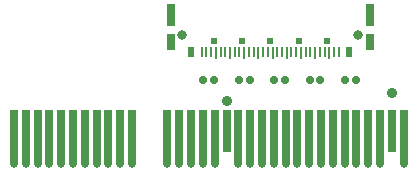
<source format=gbr>
%TF.GenerationSoftware,KiCad,Pcbnew,4.0.7*%
%TF.CreationDate,2018-05-24T10:46:57+03:00*%
%TF.ProjectId,x4,78342E6B696361645F70636200000000,rev?*%
%TF.FileFunction,Soldermask,Top*%
%FSLAX46Y46*%
G04 Gerber Fmt 4.6, Leading zero omitted, Abs format (unit mm)*
G04 Created by KiCad (PCBNEW 4.0.7) date 05/24/18 10:46:57*
%MOMM*%
%LPD*%
G01*
G04 APERTURE LIST*
%ADD10C,0.100000*%
%ADD11C,0.900000*%
%ADD12C,0.670000*%
%ADD13R,0.670000X4.620000*%
%ADD14R,0.670000X3.620000*%
%ADD15C,0.700000*%
%ADD16R,0.570000X0.920000*%
%ADD17R,0.220000X0.820000*%
%ADD18R,0.570000X0.570000*%
%ADD19R,0.220000X1.020000*%
%ADD20R,0.730000X1.320000*%
%ADD21R,0.730000X1.870000*%
%ADD22C,0.820000*%
G04 APERTURE END LIST*
D10*
D11*
X153330000Y-121460000D03*
D12*
X154330000Y-126770000D03*
D13*
X135330000Y-124470000D03*
X136330000Y-124470000D03*
X137330000Y-124470000D03*
X138330000Y-124470000D03*
X139330000Y-124470000D03*
X140330000Y-124470000D03*
X141330000Y-124470000D03*
X142330000Y-124470000D03*
X143330000Y-124470000D03*
X144330000Y-124470000D03*
X145330000Y-124470000D03*
X150330000Y-124470000D03*
X151330000Y-124470000D03*
X152330000Y-124470000D03*
D14*
X153330000Y-123970000D03*
D13*
X154330000Y-124470000D03*
X148330000Y-124470000D03*
X149330000Y-124470000D03*
D12*
X137330000Y-126770000D03*
X138330000Y-126770000D03*
X139330000Y-126770000D03*
X140330000Y-126770000D03*
X141330000Y-126770000D03*
X142330000Y-126770000D03*
X143330000Y-126770000D03*
X144330000Y-126770000D03*
X145330000Y-126770000D03*
X135330000Y-126770000D03*
X148330000Y-126770000D03*
X149330000Y-126770000D03*
X150330000Y-126770000D03*
X151330000Y-126770000D03*
X152330000Y-126770000D03*
X136330000Y-126770000D03*
D13*
X155330000Y-124470000D03*
X156330000Y-124470000D03*
X157330000Y-124470000D03*
X158330000Y-124470000D03*
X159330000Y-124470000D03*
X160330000Y-124470000D03*
X161330000Y-124470000D03*
X162330000Y-124470000D03*
X163330000Y-124470000D03*
X164330000Y-124470000D03*
X165330000Y-124470000D03*
X166330000Y-124470000D03*
D14*
X167330000Y-123970000D03*
D13*
X168330000Y-124470000D03*
D12*
X155330000Y-126770000D03*
X156330000Y-126770000D03*
X157330000Y-126770000D03*
X158330000Y-126770000D03*
X159330000Y-126770000D03*
X160330000Y-126770000D03*
X161330000Y-126770000D03*
X162330000Y-126770000D03*
X163330000Y-126770000D03*
X164330000Y-126770000D03*
X165330000Y-126770000D03*
X166330000Y-126770000D03*
X168330000Y-126770000D03*
D15*
X152280000Y-119680000D03*
X151380000Y-119680000D03*
X155280000Y-119680000D03*
X154380000Y-119680000D03*
X158280000Y-119680000D03*
X157380000Y-119680000D03*
X161280000Y-119680000D03*
X160380000Y-119680000D03*
X164280000Y-119680000D03*
X163380000Y-119680000D03*
D11*
X167330000Y-120730000D03*
D16*
X150330000Y-117320000D03*
D17*
X151630000Y-117270000D03*
D18*
X152230000Y-116345000D03*
D19*
X152430000Y-117370000D03*
D17*
X152830000Y-117270000D03*
X153230000Y-117270000D03*
D19*
X153630000Y-117370000D03*
D17*
X154030000Y-117270000D03*
X154430000Y-117270000D03*
D19*
X154830000Y-117370000D03*
D17*
X155230000Y-117270000D03*
X155630000Y-117270000D03*
D19*
X156030000Y-117370000D03*
D17*
X156430000Y-117270000D03*
X156830000Y-117270000D03*
D19*
X157230000Y-117370000D03*
D17*
X157630000Y-117270000D03*
X158030000Y-117270000D03*
D19*
X158430000Y-117370000D03*
D17*
X158830000Y-117270000D03*
X159230000Y-117270000D03*
D19*
X159630000Y-117370000D03*
D17*
X160030000Y-117270000D03*
X160430000Y-117270000D03*
D19*
X160830000Y-117370000D03*
D17*
X161230000Y-117270000D03*
X161630000Y-117270000D03*
D19*
X162030000Y-117370000D03*
D17*
X162430000Y-117270000D03*
X162830000Y-117270000D03*
X151230000Y-117270000D03*
D16*
X163730000Y-117320000D03*
D17*
X152030000Y-117270000D03*
D18*
X154630000Y-116345000D03*
X157030000Y-116345000D03*
X159430000Y-116345000D03*
X161830000Y-116345000D03*
D20*
X148590000Y-116470000D03*
D21*
X148590000Y-114150000D03*
D20*
X165470000Y-116470000D03*
D21*
X165470000Y-114150000D03*
D22*
X149580000Y-115820000D03*
X164480000Y-115820000D03*
M02*

</source>
